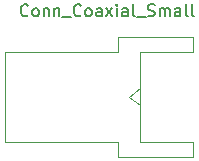
<source format=gbr>
%TF.GenerationSoftware,KiCad,Pcbnew,9.0.0*%
%TF.CreationDate,2025-03-25T21:56:39+01:00*%
%TF.ProjectId,E-Field 10cm,452d4669-656c-4642-9031-30636d2e6b69,1.0*%
%TF.SameCoordinates,Original*%
%TF.FileFunction,AssemblyDrawing,Top*%
%FSLAX46Y46*%
G04 Gerber Fmt 4.6, Leading zero omitted, Abs format (unit mm)*
G04 Created by KiCad (PCBNEW 9.0.0) date 2025-03-25 21:56:39*
%MOMM*%
%LPD*%
G01*
G04 APERTURE LIST*
%ADD10C,0.150000*%
%ADD11C,0.100000*%
G04 APERTURE END LIST*
D10*
X40747022Y-93309580D02*
X40699403Y-93357200D01*
X40699403Y-93357200D02*
X40556546Y-93404819D01*
X40556546Y-93404819D02*
X40461308Y-93404819D01*
X40461308Y-93404819D02*
X40318451Y-93357200D01*
X40318451Y-93357200D02*
X40223213Y-93261961D01*
X40223213Y-93261961D02*
X40175594Y-93166723D01*
X40175594Y-93166723D02*
X40127975Y-92976247D01*
X40127975Y-92976247D02*
X40127975Y-92833390D01*
X40127975Y-92833390D02*
X40175594Y-92642914D01*
X40175594Y-92642914D02*
X40223213Y-92547676D01*
X40223213Y-92547676D02*
X40318451Y-92452438D01*
X40318451Y-92452438D02*
X40461308Y-92404819D01*
X40461308Y-92404819D02*
X40556546Y-92404819D01*
X40556546Y-92404819D02*
X40699403Y-92452438D01*
X40699403Y-92452438D02*
X40747022Y-92500057D01*
X41318451Y-93404819D02*
X41223213Y-93357200D01*
X41223213Y-93357200D02*
X41175594Y-93309580D01*
X41175594Y-93309580D02*
X41127975Y-93214342D01*
X41127975Y-93214342D02*
X41127975Y-92928628D01*
X41127975Y-92928628D02*
X41175594Y-92833390D01*
X41175594Y-92833390D02*
X41223213Y-92785771D01*
X41223213Y-92785771D02*
X41318451Y-92738152D01*
X41318451Y-92738152D02*
X41461308Y-92738152D01*
X41461308Y-92738152D02*
X41556546Y-92785771D01*
X41556546Y-92785771D02*
X41604165Y-92833390D01*
X41604165Y-92833390D02*
X41651784Y-92928628D01*
X41651784Y-92928628D02*
X41651784Y-93214342D01*
X41651784Y-93214342D02*
X41604165Y-93309580D01*
X41604165Y-93309580D02*
X41556546Y-93357200D01*
X41556546Y-93357200D02*
X41461308Y-93404819D01*
X41461308Y-93404819D02*
X41318451Y-93404819D01*
X42080356Y-92738152D02*
X42080356Y-93404819D01*
X42080356Y-92833390D02*
X42127975Y-92785771D01*
X42127975Y-92785771D02*
X42223213Y-92738152D01*
X42223213Y-92738152D02*
X42366070Y-92738152D01*
X42366070Y-92738152D02*
X42461308Y-92785771D01*
X42461308Y-92785771D02*
X42508927Y-92881009D01*
X42508927Y-92881009D02*
X42508927Y-93404819D01*
X42985118Y-92738152D02*
X42985118Y-93404819D01*
X42985118Y-92833390D02*
X43032737Y-92785771D01*
X43032737Y-92785771D02*
X43127975Y-92738152D01*
X43127975Y-92738152D02*
X43270832Y-92738152D01*
X43270832Y-92738152D02*
X43366070Y-92785771D01*
X43366070Y-92785771D02*
X43413689Y-92881009D01*
X43413689Y-92881009D02*
X43413689Y-93404819D01*
X43651785Y-93500057D02*
X44413689Y-93500057D01*
X45223213Y-93309580D02*
X45175594Y-93357200D01*
X45175594Y-93357200D02*
X45032737Y-93404819D01*
X45032737Y-93404819D02*
X44937499Y-93404819D01*
X44937499Y-93404819D02*
X44794642Y-93357200D01*
X44794642Y-93357200D02*
X44699404Y-93261961D01*
X44699404Y-93261961D02*
X44651785Y-93166723D01*
X44651785Y-93166723D02*
X44604166Y-92976247D01*
X44604166Y-92976247D02*
X44604166Y-92833390D01*
X44604166Y-92833390D02*
X44651785Y-92642914D01*
X44651785Y-92642914D02*
X44699404Y-92547676D01*
X44699404Y-92547676D02*
X44794642Y-92452438D01*
X44794642Y-92452438D02*
X44937499Y-92404819D01*
X44937499Y-92404819D02*
X45032737Y-92404819D01*
X45032737Y-92404819D02*
X45175594Y-92452438D01*
X45175594Y-92452438D02*
X45223213Y-92500057D01*
X45794642Y-93404819D02*
X45699404Y-93357200D01*
X45699404Y-93357200D02*
X45651785Y-93309580D01*
X45651785Y-93309580D02*
X45604166Y-93214342D01*
X45604166Y-93214342D02*
X45604166Y-92928628D01*
X45604166Y-92928628D02*
X45651785Y-92833390D01*
X45651785Y-92833390D02*
X45699404Y-92785771D01*
X45699404Y-92785771D02*
X45794642Y-92738152D01*
X45794642Y-92738152D02*
X45937499Y-92738152D01*
X45937499Y-92738152D02*
X46032737Y-92785771D01*
X46032737Y-92785771D02*
X46080356Y-92833390D01*
X46080356Y-92833390D02*
X46127975Y-92928628D01*
X46127975Y-92928628D02*
X46127975Y-93214342D01*
X46127975Y-93214342D02*
X46080356Y-93309580D01*
X46080356Y-93309580D02*
X46032737Y-93357200D01*
X46032737Y-93357200D02*
X45937499Y-93404819D01*
X45937499Y-93404819D02*
X45794642Y-93404819D01*
X46985118Y-93404819D02*
X46985118Y-92881009D01*
X46985118Y-92881009D02*
X46937499Y-92785771D01*
X46937499Y-92785771D02*
X46842261Y-92738152D01*
X46842261Y-92738152D02*
X46651785Y-92738152D01*
X46651785Y-92738152D02*
X46556547Y-92785771D01*
X46985118Y-93357200D02*
X46889880Y-93404819D01*
X46889880Y-93404819D02*
X46651785Y-93404819D01*
X46651785Y-93404819D02*
X46556547Y-93357200D01*
X46556547Y-93357200D02*
X46508928Y-93261961D01*
X46508928Y-93261961D02*
X46508928Y-93166723D01*
X46508928Y-93166723D02*
X46556547Y-93071485D01*
X46556547Y-93071485D02*
X46651785Y-93023866D01*
X46651785Y-93023866D02*
X46889880Y-93023866D01*
X46889880Y-93023866D02*
X46985118Y-92976247D01*
X47366071Y-93404819D02*
X47889880Y-92738152D01*
X47366071Y-92738152D02*
X47889880Y-93404819D01*
X48270833Y-93404819D02*
X48270833Y-92738152D01*
X48270833Y-92404819D02*
X48223214Y-92452438D01*
X48223214Y-92452438D02*
X48270833Y-92500057D01*
X48270833Y-92500057D02*
X48318452Y-92452438D01*
X48318452Y-92452438D02*
X48270833Y-92404819D01*
X48270833Y-92404819D02*
X48270833Y-92500057D01*
X49175594Y-93404819D02*
X49175594Y-92881009D01*
X49175594Y-92881009D02*
X49127975Y-92785771D01*
X49127975Y-92785771D02*
X49032737Y-92738152D01*
X49032737Y-92738152D02*
X48842261Y-92738152D01*
X48842261Y-92738152D02*
X48747023Y-92785771D01*
X49175594Y-93357200D02*
X49080356Y-93404819D01*
X49080356Y-93404819D02*
X48842261Y-93404819D01*
X48842261Y-93404819D02*
X48747023Y-93357200D01*
X48747023Y-93357200D02*
X48699404Y-93261961D01*
X48699404Y-93261961D02*
X48699404Y-93166723D01*
X48699404Y-93166723D02*
X48747023Y-93071485D01*
X48747023Y-93071485D02*
X48842261Y-93023866D01*
X48842261Y-93023866D02*
X49080356Y-93023866D01*
X49080356Y-93023866D02*
X49175594Y-92976247D01*
X49794642Y-93404819D02*
X49699404Y-93357200D01*
X49699404Y-93357200D02*
X49651785Y-93261961D01*
X49651785Y-93261961D02*
X49651785Y-92404819D01*
X49937500Y-93500057D02*
X50699404Y-93500057D01*
X50889881Y-93357200D02*
X51032738Y-93404819D01*
X51032738Y-93404819D02*
X51270833Y-93404819D01*
X51270833Y-93404819D02*
X51366071Y-93357200D01*
X51366071Y-93357200D02*
X51413690Y-93309580D01*
X51413690Y-93309580D02*
X51461309Y-93214342D01*
X51461309Y-93214342D02*
X51461309Y-93119104D01*
X51461309Y-93119104D02*
X51413690Y-93023866D01*
X51413690Y-93023866D02*
X51366071Y-92976247D01*
X51366071Y-92976247D02*
X51270833Y-92928628D01*
X51270833Y-92928628D02*
X51080357Y-92881009D01*
X51080357Y-92881009D02*
X50985119Y-92833390D01*
X50985119Y-92833390D02*
X50937500Y-92785771D01*
X50937500Y-92785771D02*
X50889881Y-92690533D01*
X50889881Y-92690533D02*
X50889881Y-92595295D01*
X50889881Y-92595295D02*
X50937500Y-92500057D01*
X50937500Y-92500057D02*
X50985119Y-92452438D01*
X50985119Y-92452438D02*
X51080357Y-92404819D01*
X51080357Y-92404819D02*
X51318452Y-92404819D01*
X51318452Y-92404819D02*
X51461309Y-92452438D01*
X51889881Y-93404819D02*
X51889881Y-92738152D01*
X51889881Y-92833390D02*
X51937500Y-92785771D01*
X51937500Y-92785771D02*
X52032738Y-92738152D01*
X52032738Y-92738152D02*
X52175595Y-92738152D01*
X52175595Y-92738152D02*
X52270833Y-92785771D01*
X52270833Y-92785771D02*
X52318452Y-92881009D01*
X52318452Y-92881009D02*
X52318452Y-93404819D01*
X52318452Y-92881009D02*
X52366071Y-92785771D01*
X52366071Y-92785771D02*
X52461309Y-92738152D01*
X52461309Y-92738152D02*
X52604166Y-92738152D01*
X52604166Y-92738152D02*
X52699405Y-92785771D01*
X52699405Y-92785771D02*
X52747024Y-92881009D01*
X52747024Y-92881009D02*
X52747024Y-93404819D01*
X53651785Y-93404819D02*
X53651785Y-92881009D01*
X53651785Y-92881009D02*
X53604166Y-92785771D01*
X53604166Y-92785771D02*
X53508928Y-92738152D01*
X53508928Y-92738152D02*
X53318452Y-92738152D01*
X53318452Y-92738152D02*
X53223214Y-92785771D01*
X53651785Y-93357200D02*
X53556547Y-93404819D01*
X53556547Y-93404819D02*
X53318452Y-93404819D01*
X53318452Y-93404819D02*
X53223214Y-93357200D01*
X53223214Y-93357200D02*
X53175595Y-93261961D01*
X53175595Y-93261961D02*
X53175595Y-93166723D01*
X53175595Y-93166723D02*
X53223214Y-93071485D01*
X53223214Y-93071485D02*
X53318452Y-93023866D01*
X53318452Y-93023866D02*
X53556547Y-93023866D01*
X53556547Y-93023866D02*
X53651785Y-92976247D01*
X54270833Y-93404819D02*
X54175595Y-93357200D01*
X54175595Y-93357200D02*
X54127976Y-93261961D01*
X54127976Y-93261961D02*
X54127976Y-92404819D01*
X54794643Y-93404819D02*
X54699405Y-93357200D01*
X54699405Y-93357200D02*
X54651786Y-93261961D01*
X54651786Y-93261961D02*
X54651786Y-92404819D01*
D11*
%TO.C,J1*%
X38830000Y-96390000D02*
X48355000Y-96390000D01*
X38830000Y-104010000D02*
X38830000Y-96390000D01*
X48355000Y-95120000D02*
X48355000Y-96390000D01*
X48355000Y-104010000D02*
X38830000Y-104010000D01*
X48355000Y-104010000D02*
X48355000Y-105280000D01*
X49260000Y-100200000D02*
X50260000Y-99450000D01*
X50260000Y-96390000D02*
X54710000Y-96390000D01*
X50260000Y-100950000D02*
X49260000Y-100200000D01*
X50260000Y-104010000D02*
X50260000Y-96390000D01*
X54710000Y-95120000D02*
X48355000Y-95120000D01*
X54710000Y-96390000D02*
X54710000Y-95120000D01*
X54710000Y-104010000D02*
X50260000Y-104010000D01*
X54710000Y-105280000D02*
X48355000Y-105280000D01*
X54710000Y-105280000D02*
X54710000Y-104010000D01*
%TD*%
M02*

</source>
